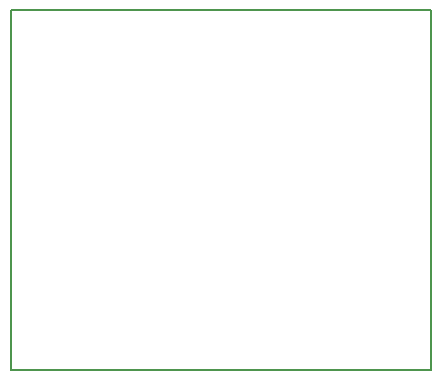
<source format=gko>
G04 #@! TF.FileFunction,Profile,NP*
%FSLAX46Y46*%
G04 Gerber Fmt 4.6, Leading zero omitted, Abs format (unit mm)*
G04 Created by KiCad (PCBNEW 4.0.1-stable) date 2017 February 12, Sunday 16:29:12*
%MOMM*%
G01*
G04 APERTURE LIST*
%ADD10C,0.100000*%
%ADD11C,0.150000*%
G04 APERTURE END LIST*
D10*
D11*
X189230000Y-82550000D02*
X153670000Y-82550000D01*
X189230000Y-113030000D02*
X189230000Y-82550000D01*
X153670000Y-113030000D02*
X189230000Y-113030000D01*
X153670000Y-82550000D02*
X153670000Y-113030000D01*
M02*

</source>
